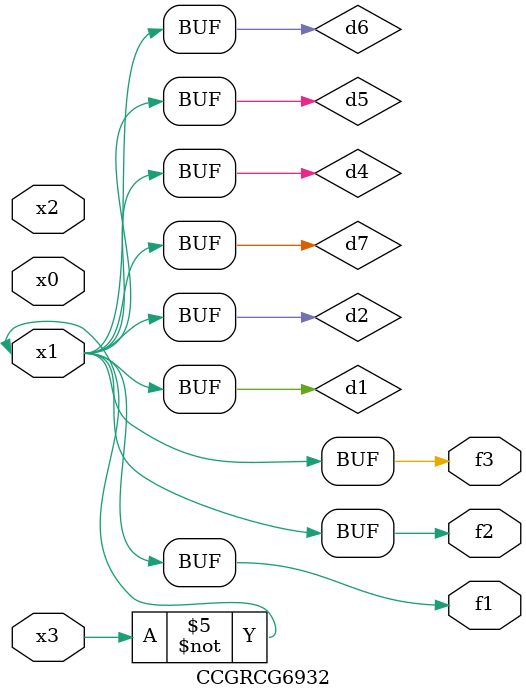
<source format=v>
module CCGRCG6932(
	input x0, x1, x2, x3,
	output f1, f2, f3
);

	wire d1, d2, d3, d4, d5, d6, d7;

	not (d1, x3);
	buf (d2, x1);
	xnor (d3, d1, d2);
	nor (d4, d1);
	buf (d5, d1, d2);
	buf (d6, d4, d5);
	nand (d7, d4);
	assign f1 = d6;
	assign f2 = d7;
	assign f3 = d6;
endmodule

</source>
